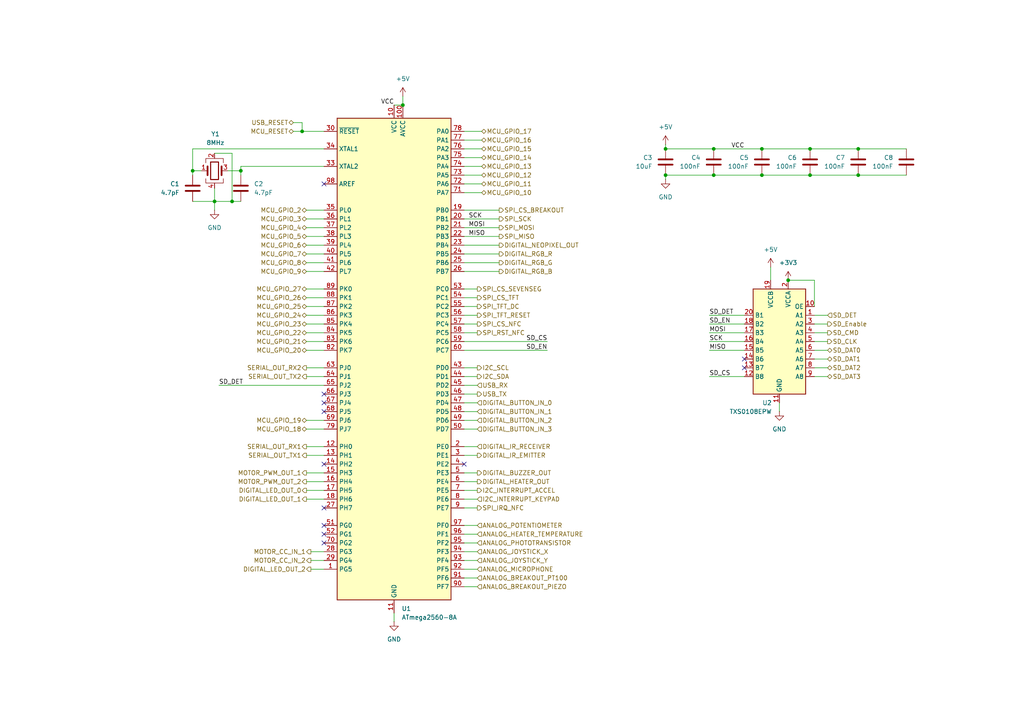
<source format=kicad_sch>
(kicad_sch (version 20231120) (generator "eeschema") (generator_version "8.0")
  (paper "A4")
  (lib_symbols
    (symbol "Device:C" (pin_numbers hide) (pin_names (offset 0.254))
      (property "Reference" "C" (at 0.635 2.54 0))
      (property "Value" "C" (at 0.635 -2.54 0))
      (symbol "C_0_1"
        (polyline (pts (xy -2.032 -0.762) (xy 2.032 -0.762)) (stroke (width 0.508)))
        (polyline (pts (xy -2.032 0.762) (xy 2.032 0.762)) (stroke (width 0.508)))
      )
      (symbol "C_1_1"
        (pin passive line (at 0 3.81 270) (length 2.794) (name "~") (number "1"))
        (pin passive line (at 0 -3.81 90) (length 2.794) (name "~") (number "2"))
      )
    )
    (symbol "Device:Crystal_GND24" (pin_names (offset 1.016) hide)
      (property "Reference" "Y" (at 3.175 5.08 0))
      (property "Value" "Crystal_GND24" (at 3.175 3.175 0))
      (symbol "Crystal_GND24_0_1"
        (rectangle (start -1.143 2.54) (end 1.143 -2.54) (stroke (width 0.3048)))
        (polyline (pts (xy -2.54 0) (xy -2.032 0)))
        (polyline (pts (xy -2.032 -1.27) (xy -2.032 1.27)) (stroke (width 0.508)))
        (polyline (pts (xy 0 -3.81) (xy 0 -3.556)))
        (polyline (pts (xy 0 3.556) (xy 0 3.81)))
        (polyline (pts (xy 2.032 -1.27) (xy 2.032 1.27)) (stroke (width 0.508)))
        (polyline (pts (xy 2.032 0) (xy 2.54 0)))
        (polyline (pts (xy -2.54 -2.286) (xy -2.54 -3.556) (xy 2.54 -3.556) (xy 2.54 -2.286)))
        (polyline (pts (xy -2.54 2.286) (xy -2.54 3.556) (xy 2.54 3.556) (xy 2.54 2.286)))
      )
      (symbol "Crystal_GND24_1_1"
        (pin passive line (at -3.81 0 0) (length 1.27) (name "1") (number "1"))
        (pin passive line (at 0 5.08 270) (length 1.27) (name "2") (number "2"))
        (pin passive line (at 3.81 0 180) (length 1.27) (name "3") (number "3"))
        (pin passive line (at 0 -5.08 90) (length 1.27) (name "4") (number "4"))
      )
    )
    (symbol "Logic_LevelTranslator:TXS0108EPW"
      (property "Reference" "U" (at -6.35 16.51 0))
      (property "Value" "TXS0108EPW" (at 3.81 16.51 0))
      (symbol "TXS0108EPW_0_1"
        (rectangle (start -7.62 15.24) (end 7.62 -15.24) (stroke (width 0.254)) (fill (type background)))
      )
      (symbol "TXS0108EPW_1_1"
        (pin bidirectional line (at -10.16 7.62 0) (length 2.54) (name "A1") (number "1"))
        (pin input line (at -10.16 10.16 0) (length 2.54) (name "OE") (number "10"))
        (pin power_in line (at 0 -17.78 90) (length 2.54) (name "GND") (number "11"))
        (pin bidirectional line (at 10.16 -10.16 180) (length 2.54) (name "B8") (number "12"))
        (pin bidirectional line (at 10.16 -7.62 180) (length 2.54) (name "B7") (number "13"))
        (pin bidirectional line (at 10.16 -5.08 180) (length 2.54) (name "B6") (number "14"))
        (pin bidirectional line (at 10.16 -2.54 180) (length 2.54) (name "B5") (number "15"))
        (pin bidirectional line (at 10.16 0 180) (length 2.54) (name "B4") (number "16"))
        (pin bidirectional line (at 10.16 2.54 180) (length 2.54) (name "B3") (number "17"))
        (pin bidirectional line (at 10.16 5.08 180) (length 2.54) (name "B2") (number "18"))
        (pin power_in line (at 2.54 17.78 270) (length 2.54) (name "VCCB") (number "19"))
        (pin power_in line (at -2.54 17.78 270) (length 2.54) (name "VCCA") (number "2"))
        (pin bidirectional line (at 10.16 7.62 180) (length 2.54) (name "B1") (number "20"))
        (pin bidirectional line (at -10.16 5.08 0) (length 2.54) (name "A2") (number "3"))
        (pin bidirectional line (at -10.16 2.54 0) (length 2.54) (name "A3") (number "4"))
        (pin bidirectional line (at -10.16 0 0) (length 2.54) (name "A4") (number "5"))
        (pin bidirectional line (at -10.16 -2.54 0) (length 2.54) (name "A5") (number "6"))
        (pin bidirectional line (at -10.16 -5.08 0) (length 2.54) (name "A6") (number "7"))
        (pin bidirectional line (at -10.16 -7.62 0) (length 2.54) (name "A7") (number "8"))
        (pin bidirectional line (at -10.16 -10.16 0) (length 2.54) (name "A8") (number "9"))
      )
    )
    (symbol "MCU_Microchip_ATmega:ATmega2560-16A"
      (property "Reference" "U" (at 0 1.27 0))
      (property "Value" "ATmega2560-16A" (at 0 -1.27 0))
      (symbol "ATmega2560-16A_0_1"
        (rectangle (start -16.51 -69.85) (end 16.51 69.85) (stroke (width 0.254)) (fill (type background)))
      )
      (symbol "ATmega2560-16A_1_1"
        (pin bidirectional line (at -20.32 -60.96 0) (length 3.81) (name "PG5") (number "1"))
        (pin power_in line (at 0 73.66 270) (length 3.81) (name "VCC") (number "10"))
        (pin power_in line (at 2.54 73.66 270) (length 3.81) (name "AVCC") (number "100"))
        (pin power_in line (at 0 -73.66 90) (length 3.81) (name "GND") (number "11"))
        (pin bidirectional line (at -20.32 -25.4 0) (length 3.81) (name "PH0") (number "12"))
        (pin bidirectional line (at -20.32 -27.94 0) (length 3.81) (name "PH1") (number "13"))
        (pin bidirectional line (at -20.32 -30.48 0) (length 3.81) (name "PH2") (number "14"))
        (pin bidirectional line (at -20.32 -33.02 0) (length 3.81) (name "PH3") (number "15"))
        (pin bidirectional line (at -20.32 -35.56 0) (length 3.81) (name "PH4") (number "16"))
        (pin bidirectional line (at -20.32 -38.1 0) (length 3.81) (name "PH5") (number "17"))
        (pin bidirectional line (at -20.32 -40.64 0) (length 3.81) (name "PH6") (number "18"))
        (pin bidirectional line (at 20.32 43.18 180) (length 3.81) (name "PB0") (number "19"))
        (pin bidirectional line (at 20.32 -25.4 180) (length 3.81) (name "PE0") (number "2"))
        (pin bidirectional line (at 20.32 40.64 180) (length 3.81) (name "PB1") (number "20"))
        (pin bidirectional line (at 20.32 38.1 180) (length 3.81) (name "PB2") (number "21"))
        (pin bidirectional line (at 20.32 35.56 180) (length 3.81) (name "PB3") (number "22"))
        (pin bidirectional line (at 20.32 33.02 180) (length 3.81) (name "PB4") (number "23"))
        (pin bidirectional line (at 20.32 30.48 180) (length 3.81) (name "PB5") (number "24"))
        (pin bidirectional line (at 20.32 27.94 180) (length 3.81) (name "PB6") (number "25"))
        (pin bidirectional line (at 20.32 25.4 180) (length 3.81) (name "PB7") (number "26"))
        (pin bidirectional line (at -20.32 -43.18 0) (length 3.81) (name "PH7") (number "27"))
        (pin bidirectional line (at -20.32 -55.88 0) (length 3.81) (name "PG3") (number "28"))
        (pin bidirectional line (at -20.32 -58.42 0) (length 3.81) (name "PG4") (number "29"))
        (pin bidirectional line (at 20.32 -27.94 180) (length 3.81) (name "PE1") (number "3"))
        (pin input line (at -20.32 66.04 0) (length 3.81) (name "~{RESET}") (number "30"))
        (pin passive line (at 0 73.66 270) (length 3.81) hide (name "VCC") (number "31"))
        (pin passive line (at 0 -73.66 90) (length 3.81) hide (name "GND") (number "32"))
        (pin output line (at -20.32 55.88 0) (length 3.81) (name "XTAL2") (number "33"))
        (pin input line (at -20.32 60.96 0) (length 3.81) (name "XTAL1") (number "34"))
        (pin bidirectional line (at -20.32 43.18 0) (length 3.81) (name "PL0") (number "35"))
        (pin bidirectional line (at -20.32 40.64 0) (length 3.81) (name "PL1") (number "36"))
        (pin bidirectional line (at -20.32 38.1 0) (length 3.81) (name "PL2") (number "37"))
        (pin bidirectional line (at -20.32 35.56 0) (length 3.81) (name "PL3") (number "38"))
        (pin bidirectional line (at -20.32 33.02 0) (length 3.81) (name "PL4") (number "39"))
        (pin bidirectional line (at 20.32 -30.48 180) (length 3.81) (name "PE2") (number "4"))
        (pin bidirectional line (at -20.32 30.48 0) (length 3.81) (name "PL5") (number "40"))
        (pin bidirectional line (at -20.32 27.94 0) (length 3.81) (name "PL6") (number "41"))
        (pin bidirectional line (at -20.32 25.4 0) (length 3.81) (name "PL7") (number "42"))
        (pin bidirectional line (at 20.32 -2.54 180) (length 3.81) (name "PD0") (number "43"))
        (pin bidirectional line (at 20.32 -5.08 180) (length 3.81) (name "PD1") (number "44"))
        (pin bidirectional line (at 20.32 -7.62 180) (length 3.81) (name "PD2") (number "45"))
        (pin bidirectional line (at 20.32 -10.16 180) (length 3.81) (name "PD3") (number "46"))
        (pin bidirectional line (at 20.32 -12.7 180) (length 3.81) (name "PD4") (number "47"))
        (pin bidirectional line (at 20.32 -15.24 180) (length 3.81) (name "PD5") (number "48"))
        (pin bidirectional line (at 20.32 -17.78 180) (length 3.81) (name "PD6") (number "49"))
        (pin bidirectional line (at 20.32 -33.02 180) (length 3.81) (name "PE3") (number "5"))
        (pin bidirectional line (at 20.32 -20.32 180) (length 3.81) (name "PD7") (number "50"))
        (pin bidirectional line (at -20.32 -48.26 0) (length 3.81) (name "PG0") (number "51"))
        (pin bidirectional line (at -20.32 -50.8 0) (length 3.81) (name "PG1") (number "52"))
        (pin bidirectional line (at 20.32 20.32 180) (length 3.81) (name "PC0") (number "53"))
        (pin bidirectional line (at 20.32 17.78 180) (length 3.81) (name "PC1") (number "54"))
        (pin bidirectional line (at 20.32 15.24 180) (length 3.81) (name "PC2") (number "55"))
        (pin bidirectional line (at 20.32 12.7 180) (length 3.81) (name "PC3") (number "56"))
        (pin bidirectional line (at 20.32 10.16 180) (length 3.81) (name "PC4") (number "57"))
        (pin bidirectional line (at 20.32 7.62 180) (length 3.81) (name "PC5") (number "58"))
        (pin bidirectional line (at 20.32 5.08 180) (length 3.81) (name "PC6") (number "59"))
        (pin bidirectional line (at 20.32 -35.56 180) (length 3.81) (name "PE4") (number "6"))
        (pin bidirectional line (at 20.32 2.54 180) (length 3.81) (name "PC7") (number "60"))
        (pin passive line (at 0 73.66 270) (length 3.81) hide (name "VCC") (number "61"))
        (pin passive line (at 0 -73.66 90) (length 3.81) hide (name "GND") (number "62"))
        (pin bidirectional line (at -20.32 -2.54 0) (length 3.81) (name "PJ0") (number "63"))
        (pin bidirectional line (at -20.32 -5.08 0) (length 3.81) (name "PJ1") (number "64"))
        (pin bidirectional line (at -20.32 -7.62 0) (length 3.81) (name "PJ2") (number "65"))
        (pin bidirectional line (at -20.32 -10.16 0) (length 3.81) (name "PJ3") (number "66"))
        (pin bidirectional line (at -20.32 -12.7 0) (length 3.81) (name "PJ4") (number "67"))
        (pin bidirectional line (at -20.32 -15.24 0) (length 3.81) (name "PJ5") (number "68"))
        (pin bidirectional line (at -20.32 -17.78 0) (length 3.81) (name "PJ6") (number "69"))
        (pin bidirectional line (at 20.32 -38.1 180) (length 3.81) (name "PE5") (number "7"))
        (pin bidirectional line (at -20.32 -53.34 0) (length 3.81) (name "PG2") (number "70"))
        (pin bidirectional line (at 20.32 48.26 180) (length 3.81) (name "PA7") (number "71"))
        (pin bidirectional line (at 20.32 50.8 180) (length 3.81) (name "PA6") (number "72"))
        (pin bidirectional line (at 20.32 53.34 180) (length 3.81) (name "PA5") (number "73"))
        (pin bidirectional line (at 20.32 55.88 180) (length 3.81) (name "PA4") (number "74"))
        (pin bidirectional line (at 20.32 58.42 180) (length 3.81) (name "PA3") (number "75"))
        (pin bidirectional line (at 20.32 60.96 180) (length 3.81) (name "PA2") (number "76"))
        (pin bidirectional line (at 20.32 63.5 180) (length 3.81) (name "PA1") (number "77"))
        (pin bidirectional line (at 20.32 66.04 180) (length 3.81) (name "PA0") (number "78"))
        (pin bidirectional line (at -20.32 -20.32 0) (length 3.81) (name "PJ7") (number "79"))
        (pin bidirectional line (at 20.32 -40.64 180) (length 3.81) (name "PE6") (number "8"))
        (pin passive line (at 0 73.66 270) (length 3.81) hide (name "VCC") (number "80"))
        (pin passive line (at 0 -73.66 90) (length 3.81) hide (name "GND") (number "81"))
        (pin bidirectional line (at -20.32 2.54 0) (length 3.81) (name "PK7") (number "82"))
        (pin bidirectional line (at -20.32 5.08 0) (length 3.81) (name "PK6") (number "83"))
        (pin bidirectional line (at -20.32 7.62 0) (length 3.81) (name "PK5") (number "84"))
        (pin bidirectional line (at -20.32 10.16 0) (length 3.81) (name "PK4") (number "85"))
        (pin bidirectional line (at -20.32 12.7 0) (length 3.81) (name "PK3") (number "86"))
        (pin bidirectional line (at -20.32 15.24 0) (length 3.81) (name "PK2") (number "87"))
        (pin bidirectional line (at -20.32 17.78 0) (length 3.81) (name "PK1") (number "88"))
        (pin bidirectional line (at -20.32 20.32 0) (length 3.81) (name "PK0") (number "89"))
        (pin bidirectional line (at 20.32 -43.18 180) (length 3.81) (name "PE7") (number "9"))
        (pin bidirectional line (at 20.32 -66.04 180) (length 3.81) (name "PF7") (number "90"))
        (pin bidirectional line (at 20.32 -63.5 180) (length 3.81) (name "PF6") (number "91"))
        (pin bidirectional line (at 20.32 -60.96 180) (length 3.81) (name "PF5") (number "92"))
        (pin bidirectional line (at 20.32 -58.42 180) (length 3.81) (name "PF4") (number "93"))
        (pin bidirectional line (at 20.32 -55.88 180) (length 3.81) (name "PF3") (number "94"))
        (pin bidirectional line (at 20.32 -53.34 180) (length 3.81) (name "PF2") (number "95"))
        (pin bidirectional line (at 20.32 -50.8 180) (length 3.81) (name "PF1") (number "96"))
        (pin bidirectional line (at 20.32 -48.26 180) (length 3.81) (name "PF0") (number "97"))
        (pin passive line (at -20.32 50.8 0) (length 3.81) (name "AREF") (number "98"))
        (pin passive line (at 0 -73.66 90) (length 3.81) hide (name "GND") (number "99"))
      )
    )
    (symbol "power:+3V3" (power) (pin_numbers hide) (pin_names (offset 0) hide)
      (property "Value" "+3V3" (at 0 3.556 0))
      (symbol "+3V3_0_1"
        (polyline (pts (xy -0.762 1.27) (xy 0 2.54)))
        (polyline (pts (xy 0 0) (xy 0 2.54)))
        (polyline (pts (xy 0 2.54) (xy 0.762 1.27)))
      )
      (symbol "+3V3_1_1"
        (pin power_in line (at 0 0 90) (length 0) (name "~") (number "1"))
      )
    )
    (symbol "power:+5V" (power) (pin_numbers hide) (pin_names (offset 0) hide)
      (property "Value" "+5V" (at 0 3.556 0))
      (symbol "+5V_0_1"
        (polyline (pts (xy -0.762 1.27) (xy 0 2.54)))
        (polyline (pts (xy 0 0) (xy 0 2.54)))
        (polyline (pts (xy 0 2.54) (xy 0.762 1.27)))
      )
      (symbol "+5V_1_1"
        (pin power_in line (at 0 0 90) (length 0) (name "~") (number "1"))
      )
    )
    (symbol "power:GND" (power) (pin_numbers hide) (pin_names (offset 0) hide)
      (property "Value" "GND" (at 0 -3.81 0))
      (symbol "GND_0_1"
        (polyline (pts (xy 0 0) (xy 0 -1.27) (xy 1.27 -1.27) (xy 0 -2.54) (xy -1.27 -1.27) (xy 0 -1.27)))
      )
      (symbol "GND_1_1"
        (pin power_in line (at 0 0 270) (length 0) (name "~") (number "1"))
      )
    )
  )
  (junction (at 67.31 58.42))
  (junction (at 207.01 43.18))
  (junction (at 220.98 43.18))
  (junction (at 248.92 43.18))
  (junction (at 87.63 38.1))
  (junction (at 116.84 30.48))
  (junction (at 228.6 81.28))
  (junction (at 220.98 50.8))
  (junction (at 55.88 49.53))
  (junction (at 234.95 50.8))
  (junction (at 248.92 50.8))
  (junction (at 234.95 43.18))
  (junction (at 69.85 49.53))
  (junction (at 193.04 43.18))
  (junction (at 193.04 50.8))
  (junction (at 207.01 50.8))
  (junction (at 62.23 58.42))
  (no_connect (at 215.9 104.14))
  (no_connect (at 93.98 134.62))
  (no_connect (at 93.98 119.38))
  (no_connect (at 93.98 157.48))
  (no_connect (at 93.98 154.94))
  (no_connect (at 93.98 116.84))
  (no_connect (at 93.98 147.32))
  (no_connect (at 134.62 134.62))
  (no_connect (at 215.9 106.68))
  (no_connect (at 93.98 152.4))
  (no_connect (at 93.98 53.34))
  (no_connect (at 93.98 114.3))
  (wire (pts (xy 66.04 49.53) (xy 69.85 49.53)))
  (wire (pts (xy 138.43 96.52) (xy 134.62 96.52)))
  (wire (pts (xy 205.74 91.44) (xy 215.9 91.44)))
  (wire (pts (xy 116.84 30.48) (xy 114.3 30.48)))
  (wire (pts (xy 55.88 43.18) (xy 93.98 43.18)))
  (wire (pts (xy 62.23 58.42) (xy 67.31 58.42)))
  (wire (pts (xy 139.7 50.8) (xy 134.62 50.8)))
  (wire (pts (xy 88.9 137.16) (xy 93.98 137.16)))
  (wire (pts (xy 138.43 154.94) (xy 134.62 154.94)))
  (wire (pts (xy 138.43 160.02) (xy 134.62 160.02)))
  (wire (pts (xy 62.23 54.61) (xy 62.23 58.42)))
  (wire (pts (xy 144.78 76.2) (xy 134.62 76.2)))
  (wire (pts (xy 138.43 152.4) (xy 134.62 152.4)))
  (wire (pts (xy 138.43 147.32) (xy 134.62 147.32)))
  (wire (pts (xy 139.7 53.34) (xy 134.62 53.34)))
  (wire (pts (xy 63.5 111.76) (xy 93.98 111.76)))
  (wire (pts (xy 90.17 162.56) (xy 93.98 162.56)))
  (wire (pts (xy 67.31 58.42) (xy 69.85 58.42)))
  (wire (pts (xy 139.7 40.64) (xy 134.62 40.64)))
  (wire (pts (xy 88.9 76.2) (xy 93.98 76.2)))
  (wire (pts (xy 205.74 96.52) (xy 215.9 96.52)))
  (wire (pts (xy 114.3 177.8) (xy 114.3 180.34)))
  (wire (pts (xy 226.06 116.84) (xy 226.06 119.38)))
  (wire (pts (xy 90.17 165.1) (xy 93.98 165.1)))
  (wire (pts (xy 62.23 58.42) (xy 62.23 60.96)))
  (wire (pts (xy 223.52 77.47) (xy 223.52 81.28)))
  (wire (pts (xy 88.9 129.54) (xy 93.98 129.54)))
  (wire (pts (xy 55.88 58.42) (xy 62.23 58.42)))
  (wire (pts (xy 138.43 129.54) (xy 134.62 129.54)))
  (wire (pts (xy 85.09 38.1) (xy 87.63 38.1)))
  (wire (pts (xy 88.9 86.36) (xy 93.98 86.36)))
  (wire (pts (xy 234.95 43.18) (xy 248.92 43.18)))
  (wire (pts (xy 240.03 101.6) (xy 236.22 101.6)))
  (wire (pts (xy 87.63 38.1) (xy 93.98 38.1)))
  (wire (pts (xy 88.9 101.6) (xy 93.98 101.6)))
  (wire (pts (xy 67.31 44.45) (xy 67.31 58.42)))
  (wire (pts (xy 138.43 116.84) (xy 134.62 116.84)))
  (wire (pts (xy 138.43 132.08) (xy 134.62 132.08)))
  (wire (pts (xy 88.9 124.46) (xy 93.98 124.46)))
  (wire (pts (xy 55.88 49.53) (xy 58.42 49.53)))
  (wire (pts (xy 144.78 68.58) (xy 134.62 68.58)))
  (wire (pts (xy 138.43 139.7) (xy 134.62 139.7)))
  (wire (pts (xy 55.88 49.53) (xy 55.88 50.8)))
  (wire (pts (xy 138.43 137.16) (xy 134.62 137.16)))
  (wire (pts (xy 138.43 83.82) (xy 134.62 83.82)))
  (wire (pts (xy 87.63 35.56) (xy 87.63 38.1)))
  (wire (pts (xy 138.43 114.3) (xy 134.62 114.3)))
  (wire (pts (xy 88.9 99.06) (xy 93.98 99.06)))
  (wire (pts (xy 236.22 88.9) (xy 236.22 81.28)))
  (wire (pts (xy 88.9 144.78) (xy 93.98 144.78)))
  (wire (pts (xy 207.01 50.8) (xy 220.98 50.8)))
  (wire (pts (xy 88.9 91.44) (xy 93.98 91.44)))
  (wire (pts (xy 240.03 91.44) (xy 236.22 91.44)))
  (wire (pts (xy 138.43 144.78) (xy 134.62 144.78)))
  (wire (pts (xy 88.9 73.66) (xy 93.98 73.66)))
  (wire (pts (xy 139.7 45.72) (xy 134.62 45.72)))
  (wire (pts (xy 205.74 93.98) (xy 215.9 93.98)))
  (wire (pts (xy 207.01 43.18) (xy 220.98 43.18)))
  (wire (pts (xy 144.78 60.96) (xy 134.62 60.96)))
  (wire (pts (xy 240.03 99.06) (xy 236.22 99.06)))
  (wire (pts (xy 220.98 50.8) (xy 234.95 50.8)))
  (wire (pts (xy 88.9 66.04) (xy 93.98 66.04)))
  (wire (pts (xy 138.43 119.38) (xy 134.62 119.38)))
  (wire (pts (xy 69.85 49.53) (xy 69.85 50.8)))
  (wire (pts (xy 139.7 48.26) (xy 134.62 48.26)))
  (wire (pts (xy 85.09 35.56) (xy 87.63 35.56)))
  (wire (pts (xy 138.43 121.92) (xy 134.62 121.92)))
  (wire (pts (xy 138.43 93.98) (xy 134.62 93.98)))
  (wire (pts (xy 138.43 142.24) (xy 134.62 142.24)))
  (wire (pts (xy 144.78 66.04) (xy 134.62 66.04)))
  (wire (pts (xy 134.62 63.5) (xy 144.78 63.5)))
  (wire (pts (xy 138.43 124.46) (xy 134.62 124.46)))
  (wire (pts (xy 240.03 106.68) (xy 236.22 106.68)))
  (wire (pts (xy 240.03 109.22) (xy 236.22 109.22)))
  (wire (pts (xy 138.43 162.56) (xy 134.62 162.56)))
  (wire (pts (xy 205.74 101.6) (xy 215.9 101.6)))
  (wire (pts (xy 193.04 41.91) (xy 193.04 43.18)))
  (wire (pts (xy 158.75 99.06) (xy 134.62 99.06)))
  (wire (pts (xy 88.9 109.22) (xy 93.98 109.22)))
  (wire (pts (xy 138.43 86.36) (xy 134.62 86.36)))
  (wire (pts (xy 205.74 109.22) (xy 215.9 109.22)))
  (wire (pts (xy 138.43 111.76) (xy 134.62 111.76)))
  (wire (pts (xy 240.03 96.52) (xy 236.22 96.52)))
  (wire (pts (xy 138.43 106.68) (xy 134.62 106.68)))
  (wire (pts (xy 55.88 43.18) (xy 55.88 49.53)))
  (wire (pts (xy 88.9 142.24) (xy 93.98 142.24)))
  (wire (pts (xy 138.43 88.9) (xy 134.62 88.9)))
  (wire (pts (xy 234.95 50.8) (xy 248.92 50.8)))
  (wire (pts (xy 139.7 38.1) (xy 134.62 38.1)))
  (wire (pts (xy 138.43 170.18) (xy 134.62 170.18)))
  (wire (pts (xy 240.03 104.14) (xy 236.22 104.14)))
  (wire (pts (xy 240.03 93.98) (xy 236.22 93.98)))
  (wire (pts (xy 88.9 139.7) (xy 93.98 139.7)))
  (wire (pts (xy 88.9 63.5) (xy 93.98 63.5)))
  (wire (pts (xy 236.22 81.28) (xy 228.6 81.28)))
  (wire (pts (xy 88.9 83.82) (xy 93.98 83.82)))
  (wire (pts (xy 88.9 88.9) (xy 93.98 88.9)))
  (wire (pts (xy 88.9 96.52) (xy 93.98 96.52)))
  (wire (pts (xy 69.85 48.26) (xy 93.98 48.26)))
  (wire (pts (xy 193.04 50.8) (xy 193.04 52.07)))
  (wire (pts (xy 248.92 43.18) (xy 262.89 43.18)))
  (wire (pts (xy 138.43 165.1) (xy 134.62 165.1)))
  (wire (pts (xy 62.23 44.45) (xy 67.31 44.45)))
  (wire (pts (xy 144.78 78.74) (xy 134.62 78.74)))
  (wire (pts (xy 69.85 48.26) (xy 69.85 49.53)))
  (wire (pts (xy 88.9 60.96) (xy 93.98 60.96)))
  (wire (pts (xy 138.43 91.44) (xy 134.62 91.44)))
  (wire (pts (xy 193.04 43.18) (xy 207.01 43.18)))
  (wire (pts (xy 138.43 167.64) (xy 134.62 167.64)))
  (wire (pts (xy 88.9 78.74) (xy 93.98 78.74)))
  (wire (pts (xy 88.9 121.92) (xy 93.98 121.92)))
  (wire (pts (xy 144.78 71.12) (xy 134.62 71.12)))
  (wire (pts (xy 138.43 157.48) (xy 134.62 157.48)))
  (wire (pts (xy 205.74 99.06) (xy 215.9 99.06)))
  (wire (pts (xy 90.17 160.02) (xy 93.98 160.02)))
  (wire (pts (xy 88.9 71.12) (xy 93.98 71.12)))
  (wire (pts (xy 138.43 109.22) (xy 134.62 109.22)))
  (wire (pts (xy 158.75 101.6) (xy 134.62 101.6)))
  (wire (pts (xy 88.9 132.08) (xy 93.98 132.08)))
  (wire (pts (xy 139.7 43.18) (xy 134.62 43.18)))
  (wire (pts (xy 193.04 50.8) (xy 207.01 50.8)))
  (wire (pts (xy 144.78 73.66) (xy 134.62 73.66)))
  (wire (pts (xy 88.9 106.68) (xy 93.98 106.68)))
  (wire (pts (xy 248.92 50.8) (xy 262.89 50.8)))
  (wire (pts (xy 220.98 43.18) (xy 234.95 43.18)))
  (wire (pts (xy 116.84 27.94) (xy 116.84 30.48)))
  (wire (pts (xy 139.7 55.88) (xy 134.62 55.88)))
  (wire (pts (xy 88.9 68.58) (xy 93.98 68.58)))
  (wire (pts (xy 88.9 93.98) (xy 93.98 93.98)))
  (label "VCC" (at 114.3 30.48 180))
  (label "SD_CS" (at 205.74 109.22 0))
  (label "MISO" (at 135.89 68.58 0))
  (label "SD_CS" (at 158.75 99.06 180))
  (label "SD_EN" (at 158.75 101.6 180))
  (label "SD_DET" (at 205.74 91.44 0))
  (label "MISO" (at 205.74 101.6 0))
  (label "SD_EN" (at 205.74 93.98 0))
  (label "SD_DET" (at 63.5 111.76 0))
  (label "SCK" (at 135.89 63.5 0))
  (label "SCK" (at 205.74 99.06 0))
  (label "MOSI" (at 205.74 96.52 0))
  (label "VCC" (at 212.09 43.18 0))
  (label "MOSI" (at 135.89 66.04 0))
  (hierarchical_label "MCU_GPIO_14" (shape bidirectional) (at 139.7 45.72 0))
  (hierarchical_label "ANALOG_MICROPHONE" (shape input) (at 138.43 165.1 0))
  (hierarchical_label "DIGITAL_BUTTON_IN_0" (shape input) (at 138.43 116.84 0))
  (hierarchical_label "SPI_CS_SEVENSEG" (shape output) (at 138.43 83.82 0))
  (hierarchical_label "MCU_GPIO_20" (shape bidirectional) (at 88.9 101.6 180))
  (hierarchical_label "SD_CMD" (shape output) (at 240.03 96.52 0))
  (hierarchical_label "DIGITAL_IR_EMITTER" (shape output) (at 138.43 132.08 0))
  (hierarchical_label "MCU_RESET" (shape bidirectional) (at 85.09 38.1 180))
  (hierarchical_label "DIGITAL_BUTTON_IN_3" (shape input) (at 138.43 124.46 0))
  (hierarchical_label "ANALOG_BREAKOUT_PT100" (shape input) (at 138.43 167.64 0))
  (hierarchical_label "SERIAL_OUT_TX1" (shape output) (at 88.9 132.08 180))
  (hierarchical_label "ANALOG_POTENTIOMETER" (shape input) (at 138.43 152.4 0))
  (hierarchical_label "SPI_MISO" (shape output) (at 144.78 68.58 0))
  (hierarchical_label "SD_DAT1" (shape bidirectional) (at 240.03 104.14 0))
  (hierarchical_label "MCU_GPIO_27" (shape bidirectional) (at 88.9 83.82 180))
  (hierarchical_label "USB_RESET" (shape bidirectional) (at 85.09 35.56 180))
  (hierarchical_label "MCU_GPIO_16" (shape bidirectional) (at 139.7 40.64 0))
  (hierarchical_label "DIGITAL_BUTTON_IN_2" (shape input) (at 138.43 121.92 0))
  (hierarchical_label "ANALOG_JOYSTICK_Y" (shape input) (at 138.43 162.56 0))
  (hierarchical_label "SPI_IRQ_NFC" (shape output) (at 138.43 147.32 0))
  (hierarchical_label "MCU_GPIO_10" (shape bidirectional) (at 139.7 55.88 0))
  (hierarchical_label "SPI_CS_NFC" (shape output) (at 138.43 93.98 0))
  (hierarchical_label "DIGITAL_NEOPIXEL_OUT" (shape output) (at 144.78 71.12 0))
  (hierarchical_label "DIGITAL_RGB_R" (shape output) (at 144.78 73.66 0))
  (hierarchical_label "SPI_CS_TFT" (shape output) (at 138.43 86.36 0))
  (hierarchical_label "MCU_GPIO_2" (shape bidirectional) (at 88.9 60.96 180))
  (hierarchical_label "MCU_GPIO_4" (shape bidirectional) (at 88.9 66.04 180))
  (hierarchical_label "DIGITAL_RGB_B" (shape output) (at 144.78 78.74 0))
  (hierarchical_label "MCU_GPIO_24" (shape bidirectional) (at 88.9 91.44 180))
  (hierarchical_label "MCU_GPIO_23" (shape bidirectional) (at 88.9 93.98 180))
  (hierarchical_label "I2C_INTERRUPT_ACCEL" (shape output) (at 138.43 142.24 0))
  (hierarchical_label "ANALOG_PHOTOTRANSISTOR" (shape input) (at 138.43 157.48 0))
  (hierarchical_label "USB_RX" (shape input) (at 138.43 111.76 0))
  (hierarchical_label "DIGITAL_RGB_G" (shape output) (at 144.78 76.2 0))
  (hierarchical_label "SPI_CS_BREAKOUT" (shape output) (at 144.78 60.96 0))
  (hierarchical_label "DIGITAL_LED_OUT_2" (shape output) (at 90.17 165.1 180))
  (hierarchical_label "DIGITAL_LED_OUT_1" (shape output) (at 88.9 144.78 180))
  (hierarchical_label "USB_TX" (shape output) (at 138.43 114.3 0))
  (hierarchical_label "DIGITAL_BUTTON_IN_1" (shape input) (at 138.43 119.38 0))
  (hierarchical_label "MCU_GPIO_11" (shape bidirectional) (at 139.7 53.34 0))
  (hierarchical_label "SD_DAT3" (shape bidirectional) (at 240.03 109.22 0))
  (hierarchical_label "ANALOG_BREAKOUT_PIEZO" (shape input) (at 138.43 170.18 0))
  (hierarchical_label "MCU_GPIO_5" (shape bidirectional) (at 88.9 68.58 180))
  (hierarchical_label "MCU_GPIO_19" (shape bidirectional) (at 88.9 121.92 180))
  (hierarchical_label "MOTOR_CC_IN_2" (shape output) (at 90.17 162.56 180))
  (hierarchical_label "MCU_GPIO_13" (shape bidirectional) (at 139.7 48.26 0))
  (hierarchical_label "MCU_GPIO_3" (shape bidirectional) (at 88.9 63.5 180))
  (hierarchical_label "MOTOR_PWM_OUT_2" (shape output) (at 88.9 139.7 180))
  (hierarchical_label "DIGITAL_HEATER_OUT" (shape output) (at 138.43 139.7 0))
  (hierarchical_label "MCU_GPIO_17" (shape bidirectional) (at 139.7 38.1 0))
  (hierarchical_label "SERIAL_OUT_RX2" (shape output) (at 88.9 106.68 180))
  (hierarchical_label "I2C_SCL" (shape output) (at 138.43 106.68 0))
  (hierarchical_label "DIGITAL_IR_RECEIVER" (shape input) (at 138.43 129.54 0))
  (hierarchical_label "DIGITAL_BUZZER_OUT" (shape output) (at 138.43 137.16 0))
  (hierarchical_label "MCU_GPIO_26" (shape bidirectional) (at 88.9 86.36 180))
  (hierarchical_label "MCU_GPIO_22" (shape bidirectional) (at 88.9 96.52 180))
  (hierarchical_label "SD_CLK" (shape output) (at 240.03 99.06 0))
  (hierarchical_label "MCU_GPIO_15" (shape bidirectional) (at 139.7 43.18 0))
  (hierarchical_label "SPI_MOSI" (shape output) (at 144.78 66.04 0))
  (hierarchical_label "SPI_RST_NFC" (shape output) (at 138.43 96.52 0))
  (hierarchical_label "SD_DET" (shape input) (at 240.03 91.44 0))
  (hierarchical_label "SD_Enable" (shape output) (at 240.03 93.98 0))
  (hierarchical_label "MCU_GPIO_18" (shape bidirectional) (at 88.9 124.46 180))
  (hierarchical_label "MOTOR_CC_IN_1" (shape output) (at 90.17 160.02 180))
  (hierarchical_label "MCU_GPIO_25" (shape bidirectional) (at 88.9 88.9 180))
  (hierarchical_label "ANALOG_JOYSTICK_X" (shape input) (at 138.43 160.02 0))
  (hierarchical_label "MCU_GPIO_12" (shape bidirectional) (at 139.7 50.8 0))
  (hierarchical_label "SERIAL_OUT_RX1" (shape output) (at 88.9 129.54 180))
  (hierarchical_label "ANALOG_HEATER_TEMPERATURE" (shape input) (at 138.43 154.94 0))
  (hierarchical_label "SPI_SCK" (shape output) (at 144.78 63.5 0))
  (hierarchical_label "MCU_GPIO_7" (shape bidirectional) (at 88.9 73.66 180))
  (hierarchical_label "MOTOR_PWM_OUT_1" (shape output) (at 88.9 137.16 180))
  (hierarchical_label "SERIAL_OUT_TX2" (shape output) (at 88.9 109.22 180))
  (hierarchical_label "SPI_TFT_RESET" (shape output) (at 138.43 91.44 0))
  (hierarchical_label "I2C_SDA" (shape output) (at 138.43 109.22 0))
  (hierarchical_label "SD_DAT2" (shape bidirectional) (at 240.03 106.68 0))
  (hierarchical_label "MCU_GPIO_6" (shape bidirectional) (at 88.9 71.12 180))
  (hierarchical_label "SD_DAT0" (shape bidirectional) (at 240.03 101.6 0))
  (hierarchical_label "I2C_INTERRUPT_KEYPAD" (shape input) (at 138.43 144.78 0))
  (hierarchical_label "MCU_GPIO_9" (shape bidirectional) (at 88.9 78.74 180))
  (hierarchical_label "DIGITAL_LED_OUT_0" (shape output) (at 88.9 142.24 180))
  (hierarchical_label "SPI_TFT_DC" (shape output) (at 138.43 88.9 0))
  (hierarchical_label "MCU_GPIO_21" (shape bidirectional) (at 88.9 99.06 180))
  (hierarchical_label "MCU_GPIO_8" (shape bidirectional) (at 88.9 76.2 180))
  (symbol (lib_id "power:GND") (at 114.3 180.34 0) (unit 1)
    (property "Reference" "#PWR02" (effects (hide yes)))
    (property "Value" "GND" (at 114.3 185.42 0))
    (property "Description" "Power symbol creates a global label with name \"GND\" , ground" (effects (hide yes)))
  )
  (symbol (lib_id "power:+5V") (at 193.04 41.91 0) (mirror y) (unit 1)
    (property "Reference" "#PWR04" (effects (hide yes)))
    (property "Value" "+5V" (at 193.04 36.83 0))
    (property "Description" "Power symbol creates a global label with name \"+5V\"" (effects (hide yes)))
  )
  (symbol (lib_id "Device:C") (at 69.85 54.61 0) (unit 1)
    (property "Reference" "C2" (at 73.66 53.3399 0) (effects (justify left)))
    (property "Value" "4.7pF" (at 73.66 55.8799 0) (effects (justify left)))
    (property "Footprint" "Capacitor_SMD:C_0603_1608Metric" (effects (hide yes)))
    (property "Description" "Unpolarized capacitor" (effects (hide yes)))
    (property "TME" "CC0603BRNPO9BN4R7 " (effects (hide yes)))
  )
  (symbol (lib_id "power:GND") (at 62.23 60.96 0) (unit 1)
    (property "Reference" "#PWR01" (effects (hide yes)))
    (property "Value" "GND" (at 62.23 66.04 0))
    (property "Description" "Power symbol creates a global label with name \"GND\" , ground" (effects (hide yes)))
  )
  (symbol (lib_id "Device:C") (at 193.04 46.99 0) (mirror y) (unit 1)
    (property "Reference" "C3" (at 189.23 45.7199 0) (effects (justify left)))
    (property "Value" "10uF" (at 189.23 48.2599 0) (effects (justify left)))
    (property "Footprint" "Capacitor_SMD:C_0805_2012Metric" (effects (hide yes)))
    (property "Description" "Unpolarized capacitor" (effects (hide yes)))
    (property "TME" "0603N100J500CT " (effects (hide yes)))
  )
  (symbol (lib_id "Device:Crystal_GND24") (at 62.23 49.53 0) (unit 1)
    (property "Reference" "Y1" (at 62.484 38.862 0))
    (property "Value" "8MHz" (at 62.484 41.402 0))
    (property "Footprint" "Crystal:Crystal_SMD_5032-4Pin_5.0x3.2mm" (effects (hide yes)))
    (property "Description" "Four pin crystal, GND on pins 2 and 4" (effects (hide yes)))
    (property "TME" "8.00M-CFPX104" (effects (hide yes)))
  )
  (symbol (lib_id "Logic_LevelTranslator:TXS0108EPW") (at 226.06 99.06 0) (mirror y) (unit 1)
    (property "Reference" "U2" (at 223.8659 116.84 0) (effects (justify left)))
    (property "Value" "TXS0108EPW" (at 223.8659 119.38 0) (effects (justify left)))
    (property "Footprint" "Package_SO:TSSOP-20_4.4x6.5mm_P0.65mm" (effects (hide yes)))
    (property "Datasheet" "www.ti.com/lit/ds/symlink/txs0108e.pdf" (effects (hide yes)))
    (property "Description" "Bidirectional  level-shifting voltage translator, TSSOP-20" (effects (hide yes)))
    (property "TME" "TXS0108EPWR" (effects (hide yes)))
  )
  (symbol (lib_id "power:GND") (at 226.06 119.38 0) (unit 1)
    (property "Reference" "#PWR07" (effects (hide yes)))
    (property "Value" "GND" (at 226.06 124.46 0))
    (property "Description" "Power symbol creates a global label with name \"GND\" , ground" (effects (hide yes)))
  )
  (symbol (lib_id "Device:C") (at 262.89 46.99 0) (mirror y) (unit 1)
    (property "Reference" "C8" (at 259.08 45.7199 0) (effects (justify left)))
    (property "Value" "100nF" (at 259.08 48.2599 0) (effects (justify left)))
    (property "Footprint" "Capacitor_SMD:C_0603_1608Metric" (effects (hide yes)))
    (property "Description" "Unpolarized capacitor" (effects (hide yes)))
    (property "TME" "CL10B104KB8NNNC " (effects (hide yes)))
  )
  (symbol (lib_id "power:GND") (at 193.04 52.07 0) (unit 1)
    (property "Reference" "#PWR05" (effects (hide yes)))
    (property "Value" "GND" (at 193.04 57.15 0))
    (property "Description" "Power symbol creates a global label with name \"GND\" , ground" (effects (hide yes)))
  )
  (symbol (lib_id "power:+3V3") (at 228.6 81.28 0) (unit 1)
    (property "Reference" "#PWR08" (effects (hide yes)))
    (property "Value" "+3V3" (at 228.6 76.2 0))
    (property "Description" "Power symbol creates a global label with name \"+3V3\"" (effects (hide yes)))
  )
  (symbol (lib_id "Device:C") (at 220.98 46.99 0) (mirror y) (unit 1)
    (property "Reference" "C5" (at 217.17 45.7199 0) (effects (justify left)))
    (property "Value" "100nF" (at 217.17 48.2599 0) (effects (justify left)))
    (property "Footprint" "Capacitor_SMD:C_0603_1608Metric" (effects (hide yes)))
    (property "Description" "Unpolarized capacitor" (effects (hide yes)))
    (property "TME" "CL10B104KB8NNNC " (effects (hide yes)))
  )
  (symbol (lib_id "Device:C") (at 55.88 54.61 0) (mirror y) (unit 1)
    (property "Reference" "C1" (at 52.07 53.3399 0) (effects (justify left)))
    (property "Value" "4.7pF" (at 52.07 55.8799 0) (effects (justify left)))
    (property "Footprint" "Capacitor_SMD:C_0603_1608Metric" (effects (hide yes)))
    (property "Description" "Unpolarized capacitor" (effects (hide yes)))
    (property "TME" "CC0603BRNPO9BN4R7 " (effects (hide yes)))
  )
  (symbol (lib_id "Device:C") (at 234.95 46.99 0) (mirror y) (unit 1)
    (property "Reference" "C6" (at 231.14 45.7199 0) (effects (justify left)))
    (property "Value" "100nF" (at 231.14 48.2599 0) (effects (justify left)))
    (property "Footprint" "Capacitor_SMD:C_0603_1608Metric" (effects (hide yes)))
    (property "Description" "Unpolarized capacitor" (effects (hide yes)))
    (property "TME" "CL10B104KB8NNNC " (effects (hide yes)))
  )
  (symbol (lib_id "power:+5V") (at 116.84 27.94 0) (unit 1)
    (property "Reference" "#PWR03" (effects (hide yes)))
    (property "Value" "+5V" (at 116.84 22.86 0))
    (property "Description" "Power symbol creates a global label with name \"+5V\"" (effects (hide yes)))
  )
  (symbol (lib_id "power:+5V") (at 223.52 77.47 0) (mirror y) (unit 1)
    (property "Reference" "#PWR06" (effects (hide yes)))
    (property "Value" "+5V" (at 223.52 72.39 0))
    (property "Description" "Power symbol creates a global label with name \"+5V\"" (effects (hide yes)))
  )
  (symbol (lib_id "MCU_Microchip_ATmega:ATmega2560-16A") (at 114.3 104.14 0) (unit 1)
    (property "Reference" "U1" (at 116.4941 176.53 0) (effects (justify left)))
    (property "Value" "ATmega2560-8A" (at 116.4941 179.07 0) (effects (justify left)))
    (property "Footprint" "Package_QFP:TQFP-100_14x14mm_P0.5mm" (effects (hide yes)))
    (property "Datasheet" "http://ww1.microchip.com/downloads/en/DeviceDoc/Atmel-2549-8-bit-AVR-Microcontroller-ATmega640-1280-1281-2560-2561_datasheet.pdf" (effects (hide yes)))
    (property "TME" "ATMEGA2560V-8AU" (effects (hide yes)))
  )
  (symbol (lib_id "Device:C") (at 248.92 46.99 0) (mirror y) (unit 1)
    (property "Reference" "C7" (at 245.11 45.7199 0) (effects (justify left)))
    (property "Value" "100nF" (at 245.11 48.2599 0) (effects (justify left)))
    (property "Footprint" "Capacitor_SMD:C_0603_1608Metric" (effects (hide yes)))
    (property "Description" "Unpolarized capacitor" (effects (hide yes)))
    (property "TME" "CL10B104KB8NNNC " (effects (hide yes)))
  )
  (symbol (lib_id "Device:C") (at 207.01 46.99 0) (mirror y) (unit 1)
    (property "Reference" "C4" (at 203.2 45.7199 0) (effects (justify left)))
    (property "Value" "100nF" (at 203.2 48.2599 0) (effects (justify left)))
    (property "Footprint" "Capacitor_SMD:C_0603_1608Metric" (effects (hide yes)))
    (property "Description" "Unpolarized capacitor" (effects (hide yes)))
    (property "TME" "CL10B104KB8NNNC " (effects (hide yes)))
  )
)
</source>
